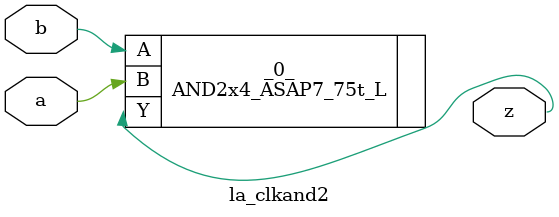
<source format=v>

/* Generated by Yosys 0.44 (git sha1 80ba43d26, g++ 11.4.0-1ubuntu1~22.04 -fPIC -O3) */

(* top =  1  *)
(* src = "generated" *)
module la_clkand2 (
    a,
    b,
    z
);
  (* src = "generated" *)
  input a;
  wire a;
  (* src = "generated" *)
  input b;
  wire b;
  (* src = "generated" *)
  output z;
  wire z;
  AND2x4_ASAP7_75t_L _0_ (
      .A(b),
      .B(a),
      .Y(z)
  );
endmodule

</source>
